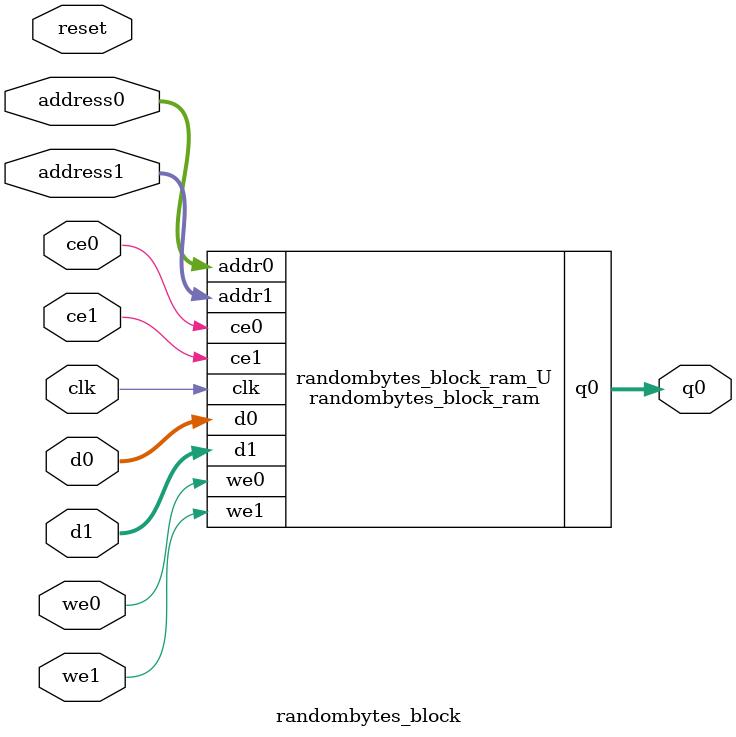
<source format=v>
`timescale 1 ns / 1 ps
module randombytes_block_ram (addr0, ce0, d0, we0, q0, addr1, ce1, d1, we1,  clk);

parameter DWIDTH = 8;
parameter AWIDTH = 4;
parameter MEM_SIZE = 16;

input[AWIDTH-1:0] addr0;
input ce0;
input[DWIDTH-1:0] d0;
input we0;
output reg[DWIDTH-1:0] q0;
input[AWIDTH-1:0] addr1;
input ce1;
input[DWIDTH-1:0] d1;
input we1;
input clk;

(* ram_style = "block" *)reg [DWIDTH-1:0] ram[0:MEM_SIZE-1];




always @(posedge clk)  
begin 
    if (ce0) 
    begin
        if (we0) 
        begin 
            ram[addr0] <= d0; 
        end 
        q0 <= ram[addr0];
    end
end


always @(posedge clk)  
begin 
    if (ce1) 
    begin
        if (we1) 
        begin 
            ram[addr1] <= d1; 
        end 
    end
end


endmodule

`timescale 1 ns / 1 ps
module randombytes_block(
    reset,
    clk,
    address0,
    ce0,
    we0,
    d0,
    q0,
    address1,
    ce1,
    we1,
    d1);

parameter DataWidth = 32'd8;
parameter AddressRange = 32'd16;
parameter AddressWidth = 32'd4;
input reset;
input clk;
input[AddressWidth - 1:0] address0;
input ce0;
input we0;
input[DataWidth - 1:0] d0;
output[DataWidth - 1:0] q0;
input[AddressWidth - 1:0] address1;
input ce1;
input we1;
input[DataWidth - 1:0] d1;



randombytes_block_ram randombytes_block_ram_U(
    .clk( clk ),
    .addr0( address0 ),
    .ce0( ce0 ),
    .we0( we0 ),
    .d0( d0 ),
    .q0( q0 ),
    .addr1( address1 ),
    .ce1( ce1 ),
    .we1( we1 ),
    .d1( d1 ));

endmodule


</source>
